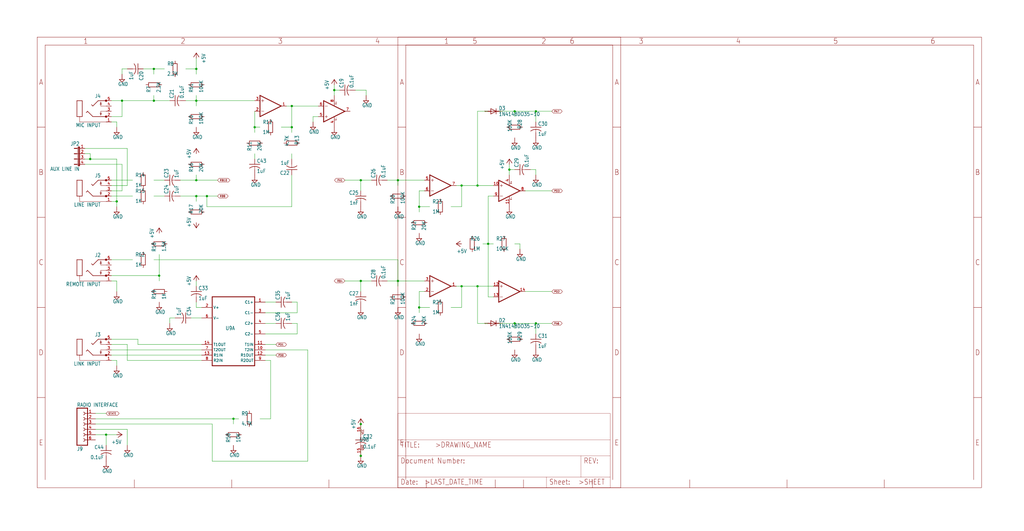
<source format=kicad_sch>
(kicad_sch (version 20211123) (generator eeschema)
  (paper "User" 490.22 254.406)
  (lib_symbols
    (symbol "Device:R" (pin_numbers hide) (pin_names (offset 0))
      (property "Reference" "R" (at 2.032 0 90))
      (property "Value" "R" (at 0 0 90))
      (symbol "R_1_1"
        (pin passive line (at 0 3.81 270) (length 1.27) (name "~") (number "1"))
        (pin passive line (at 0 -3.81 90) (length 1.27) (name "~") (number "2"))
      )
    )
    (symbol "mk312-eagle-import:+5V" (power)
      (property "Value" "+5V" (at -2.54 -5.08 90))
      (symbol "+5V_1_0"
        (pin power_in line (at 0 -2.54 90) (length 2.54) (name "+5V") (number "1"))
      )
    )
    (symbol "mk312-eagle-import:1N4148DO35-10"
      (property "Reference" "D" (at 2.54 0.4826 0))
      (property "Value" "1N4148DO35-10" (at 2.54 -2.3114 0))
      (symbol "1N4148DO35-10_1_0"
        (text "SpiceOrder 1" (at -2.54 0 0) (effects (font (size 0.4064 0.3454))))
        (text "SpiceOrder 2" (at 2.54 0 0) (effects (font (size 0.4064 0.3454))))
        (pin passive line (at -2.54 0 0) (length 2.54) (name "A") (number "A"))
        (pin passive line (at 2.54 0 180) (length 2.54) (name "C") (number "C"))
      )
    )
    (symbol "mk312-eagle-import:C-US025-024X044"
      (property "Reference" "C" (at 1.016 0.635 0))
      (property "Value" "C-US025-024X044" (at 1.016 -4.191 0))
      (symbol "C-US025-024X044_1_0"
        (pin passive line (at 0 2.54 270) (length 2.54) (name "1") (number "1"))
        (pin passive line (at 0 -5.08 90) (length 2.54) (name "2") (number "2"))
      )
    )
    (symbol "mk312-eagle-import:FE06-1"
      (property "Reference" "SV" (at -1.27 10.922 0))
      (property "Value" "FE06-1" (at -1.27 -10.16 0))
      (symbol "FE06-1_1_0"
        (pin passive line (at 7.62 -5.08 180) (length 5.08) (name "1") (number "1"))
        (pin passive line (at 7.62 -2.54 180) (length 5.08) (name "2") (number "2"))
        (pin passive line (at 7.62 0 180) (length 5.08) (name "3") (number "3"))
        (pin passive line (at 7.62 2.54 180) (length 5.08) (name "4") (number "4"))
        (pin passive line (at 7.62 5.08 180) (length 5.08) (name "5") (number "5"))
        (pin passive line (at 7.62 7.62 180) (length 5.08) (name "6") (number "6"))
      )
    )
    (symbol "mk312-eagle-import:FRAME_A_L"
      (symbol "FRAME_A_L_0_0"
        (text "1" (at 23.2833 213.995 0) (effects (font (size 2.54 2.286))))
        (text "2" (at 69.85 213.995 0) (effects (font (size 2.54 2.286))))
        (text "3" (at 116.4167 213.995 0) (effects (font (size 2.54 2.286))))
        (text "4" (at 162.9833 213.995 0) (effects (font (size 2.54 2.286))))
        (text "5" (at 209.55 213.995 0) (effects (font (size 2.54 2.286))))
        (text "6" (at 256.1167 213.995 0) (effects (font (size 2.54 2.286))))
        (text "A" (at 1.905 194.31 0) (effects (font (size 2.54 2.286))))
        (text "A" (at 277.495 194.31 0) (effects (font (size 2.54 2.286))))
        (text "B" (at 1.905 151.13 0) (effects (font (size 2.54 2.286))))
        (text "B" (at 277.495 151.13 0) (effects (font (size 2.54 2.286))))
        (text "C" (at 1.905 107.95 0) (effects (font (size 2.54 2.286))))
        (text "C" (at 277.495 107.95 0) (effects (font (size 2.54 2.286))))
        (text "D" (at 1.905 64.77 0) (effects (font (size 2.54 2.286))))
        (text "D" (at 277.495 64.77 0) (effects (font (size 2.54 2.286))))
        (text "E" (at 1.905 21.59 0) (effects (font (size 2.54 2.286))))
        (text "E" (at 277.495 21.59 0) (effects (font (size 2.54 2.286))))
      )
      (symbol "FRAME_A_L_2_0"
        (text ">DRAWING_NAME" (at 17.78 19.05 0) (effects (font (size 2.54 2.159)) (justify left bottom)))
        (text ">LAST_DATE_TIME" (at 12.7 1.27 0) (effects (font (size 2.54 2.159)) (justify left bottom)))
        (text ">SHEET" (at 86.36 1.27 0) (effects (font (size 2.54 2.159)) (justify left bottom)))
        (text "Date:" (at 1.27 1.27 0) (effects (font (size 2.54 2.159)) (justify left bottom)))
        (text "Document Number:" (at 1.27 11.43 0) (effects (font (size 2.54 2.159)) (justify left bottom)))
        (text "REV:" (at 88.9 11.43 0) (effects (font (size 2.54 2.159)) (justify left bottom)))
        (text "Sheet:" (at 72.39 1.27 0) (effects (font (size 2.54 2.159)) (justify left bottom)))
        (text "TITLE:" (at 1.27 19.05 0) (effects (font (size 2.54 2.159)) (justify left bottom)))
      )
    )
    (symbol "mk312-eagle-import:GND" (power)
      (property "Value" "GND" (at -1.905 -3.175 0))
      (symbol "GND_1_0"
        (pin power_in line (at 0 2.54 270) (length 2.54) (name "GND") (number "1"))
      )
    )
    (symbol "mk312-eagle-import:JP4E"
      (property "Reference" "JP" (at -3.81 0 90))
      (property "Value" "JP4E" (at 8.255 0 90))
      (symbol "JP4E_1_0"
        (pin passive line (at -2.54 -2.54 90) (length 2.54) (name "1") (number "1"))
        (pin passive line (at 0 -2.54 90) (length 2.54) (name "2") (number "2"))
        (pin passive line (at 2.54 -2.54 90) (length 2.54) (name "3") (number "3"))
        (pin passive line (at 5.08 -2.54 90) (length 2.54) (name "4") (number "4"))
      )
    )
    (symbol "mk312-eagle-import:LM324N"
      (symbol "LM324N_1_0"
        (pin output line (at 7.62 0 180) (length 2.54) (name "OUT") (number "1"))
        (pin input line (at -7.62 -2.54 0) (length 2.54) (name "-IN") (number "2"))
        (pin input line (at -7.62 2.54 0) (length 2.54) (name "+IN") (number "3"))
      )
      (symbol "LM324N_2_0"
        (pin input line (at -7.62 2.54 0) (length 2.54) (name "+IN") (number "5"))
        (pin input line (at -7.62 -2.54 0) (length 2.54) (name "-IN") (number "6"))
        (pin output line (at 7.62 0 180) (length 2.54) (name "OUT") (number "7"))
      )
      (symbol "LM324N_3_0"
        (pin input line (at -7.62 2.54 0) (length 2.54) (name "+IN") (number "10"))
        (pin output line (at 7.62 0 180) (length 2.54) (name "OUT") (number "8"))
        (pin input line (at -7.62 -2.54 0) (length 2.54) (name "-IN") (number "9"))
      )
      (symbol "LM324N_4_0"
        (pin input line (at -7.62 2.54 0) (length 2.54) (name "+IN") (number "12"))
        (pin input line (at -7.62 -2.54 0) (length 2.54) (name "-IN") (number "13"))
        (pin output line (at 7.62 0 180) (length 2.54) (name "OUT") (number "14"))
      )
      (symbol "LM324N_5_0"
        (text "V+" (at 1.27 3.175 900) (effects (font (size 0.8128 0.6908)) (justify left bottom)))
        (text "V-" (at 1.27 -4.445 900) (effects (font (size 0.8128 0.6908)) (justify left bottom)))
        (pin power_in line (at 0 -7.62 90) (length 5.08) (name "V-") (number "11"))
        (pin power_in line (at 0 7.62 270) (length 5.08) (name "V+") (number "4"))
      )
    )
    (symbol "mk312-eagle-import:LM358N"
      (symbol "LM358N_1_0"
        (pin output line (at 7.62 0 180) (length 2.54) (name "OUT") (number "1"))
        (pin input line (at -7.62 -2.54 0) (length 2.54) (name "-IN") (number "2"))
        (pin input line (at -7.62 2.54 0) (length 2.54) (name "+IN") (number "3"))
      )
      (symbol "LM358N_2_0"
        (pin input line (at -7.62 2.54 0) (length 2.54) (name "+IN") (number "5"))
        (pin input line (at -7.62 -2.54 0) (length 2.54) (name "-IN") (number "6"))
        (pin output line (at 7.62 0 180) (length 2.54) (name "OUT") (number "7"))
      )
      (symbol "LM358N_3_0"
        (text "V+" (at 1.27 3.175 900) (effects (font (size 0.8128 0.6908)) (justify left bottom)))
        (text "V-" (at 1.27 -4.445 900) (effects (font (size 0.8128 0.6908)) (justify left bottom)))
        (pin power_in line (at 0 -7.62 90) (length 5.08) (name "V-") (number "4"))
        (pin power_in line (at 0 7.62 270) (length 5.08) (name "V+") (number "8"))
      )
    )
    (symbol "mk312-eagle-import:MAX232"
      (property "Reference" "IC" (at -0.762 -0.762 0))
      (symbol "MAX232_1_0"
        (pin bidirectional line (at -15.24 12.7 0) (length 5.08) (name "C1+") (number "1"))
        (pin input line (at -15.24 -10.16 0) (length 5.08) (name "T2IN") (number "10"))
        (pin input line (at -15.24 -7.62 0) (length 5.08) (name "T1IN") (number "11"))
        (pin output line (at -15.24 -12.7 0) (length 5.08) (name "R1OUT") (number "12"))
        (pin input line (at 15.24 -12.7 180) (length 5.08) (name "R1IN") (number "13"))
        (pin output line (at 15.24 -7.62 180) (length 5.08) (name "T1OUT") (number "14"))
        (pin bidirectional line (at 15.24 10.16 180) (length 5.08) (name "V+") (number "2"))
        (pin bidirectional line (at -15.24 7.62 0) (length 5.08) (name "C1-") (number "3"))
        (pin bidirectional line (at -15.24 2.54 0) (length 5.08) (name "C2+") (number "4"))
        (pin bidirectional line (at -15.24 -2.54 0) (length 5.08) (name "C2-") (number "5"))
        (pin bidirectional line (at 15.24 5.08 180) (length 5.08) (name "V-") (number "6"))
        (pin output line (at 15.24 -10.16 180) (length 5.08) (name "T2OUT") (number "7"))
        (pin input line (at 15.24 -15.24 180) (length 5.08) (name "R2IN") (number "8"))
        (pin output line (at -15.24 -15.24 0) (length 5.08) (name "R2OUT") (number "9"))
      )
      (symbol "MAX232_2_0"
        (text "GND" (at 1.524 -5.08 900) (effects (font (size 1.016 0.8636)) (justify left bottom)))
        (text "VCC" (at 1.524 2.54 900) (effects (font (size 1.016 0.8636)) (justify left bottom)))
        (pin power_in line (at 0 -7.62 90) (length 5.08) (name "GND") (number "15"))
        (pin power_in line (at 0 7.62 270) (length 5.08) (name "VCC") (number "16"))
      )
    )
    (symbol "mk312-eagle-import:STEREOJACK"
      (property "Reference" "X" (at -7.62 3.81 0))
      (property "Value" "STEREOJACK" (at -7.62 -10.16 0))
      (symbol "STEREOJACK_1_0"
        (pin passive line (at -12.7 -7.62 0) (length 2.54) (name "1") (number "1"))
        (pin passive line (at -12.7 -5.08 0) (length 2.54) (name "2") (number "2"))
        (pin passive line (at -12.7 -2.54 0) (length 2.54) (name "3") (number "3"))
        (pin passive line (at -12.7 0 0) (length 2.54) (name "4") (number "4"))
        (pin passive line (at -12.7 2.54 0) (length 2.54) (name "5") (number "5"))
      )
    )
  )
  (junction (at 200.66 99.06))
  (junction (at 200.66 147.32))
  (junction (at 220.98 137.16))
  (junction (at 190.5 86.36))
  (junction (at 76.2 132.08))
  (junction (at 93.98 93.98))
  (junction (at 93.98 48.26))
  (junction (at 172.72 86.36))
  (junction (at 256.54 53.34))
  (junction (at 243.84 81.28))
  (junction (at 55.88 96.52))
  (junction (at 190.5 134.62))
  (junction (at 139.7 60.96))
  (junction (at 58.42 48.26))
  (junction (at 121.92 60.96))
  (junction (at 43.18 76.2))
  (junction (at 50.8 208.28))
  (junction (at 246.38 154.94))
  (junction (at 111.76 200.66))
  (junction (at 160.02 43.18))
  (junction (at 228.6 88.9))
  (junction (at 93.98 33.02))
  (junction (at 172.72 134.62))
  (junction (at 139.7 50.8))
  (junction (at 73.66 48.26))
  (junction (at 220.98 88.9))
  (junction (at 99.06 93.98))
  (junction (at 73.66 33.02))
  (junction (at 172.72 218.44))
  (junction (at 256.54 154.94))
  (junction (at 233.68 116.84))
  (junction (at 228.6 137.16))
  (junction (at 93.98 86.36))
  (junction (at 172.72 203.2))
  (junction (at 246.38 53.34))
  (wire (pts (xy 73.66 33.02) (xy 78.74 33.02)))
  (wire (pts (xy 93.98 86.36) (xy 104.14 86.36)))
  (wire (pts (xy 215.9 147.32) (xy 220.98 147.32)))
  (wire (pts (xy 220.98 99.06) (xy 220.98 88.9)))
  (wire (pts (xy 93.98 33.02) (xy 88.9 33.02)))
  (wire (pts (xy 147.32 220.98) (xy 147.32 167.64)))
  (wire (pts (xy 139.7 60.96) (xy 139.7 50.8)))
  (wire (pts (xy 251.46 91.44) (xy 264.16 91.44)))
  (wire (pts (xy 53.34 124.46) (xy 63.5 124.46)))
  (wire (pts (xy 256.54 53.34) (xy 264.16 53.34)))
  (wire (pts (xy 58.42 48.26) (xy 58.42 55.88)))
  (wire (pts (xy 152.4 55.88) (xy 149.86 55.88)))
  (wire (pts (xy 96.52 165.1) (xy 66.04 165.1)))
  (wire (pts (xy 43.18 76.2) (xy 55.88 76.2)))
  (wire (pts (xy 236.22 93.98) (xy 233.68 93.98)))
  (wire (pts (xy 55.88 76.2) (xy 55.88 96.52)))
  (wire (pts (xy 142.24 160.02) (xy 127 160.02)))
  (wire (pts (xy 93.98 45.72) (xy 93.98 48.26)))
  (wire (pts (xy 172.72 86.36) (xy 165.1 86.36)))
  (wire (pts (xy 93.98 93.98) (xy 93.98 96.52)))
  (wire (pts (xy 73.66 45.72) (xy 73.66 48.26)))
  (wire (pts (xy 203.2 139.7) (xy 200.66 139.7)))
  (wire (pts (xy 177.8 134.62) (xy 172.72 134.62)))
  (wire (pts (xy 53.34 58.42) (xy 55.88 58.42)))
  (wire (pts (xy 60.96 165.1) (xy 60.96 172.72)))
  (wire (pts (xy 55.88 58.42) (xy 55.88 60.96)))
  (wire (pts (xy 162.56 43.18) (xy 160.02 43.18)))
  (wire (pts (xy 53.34 48.26) (xy 58.42 48.26)))
  (wire (pts (xy 246.38 154.94) (xy 246.38 157.48)))
  (wire (pts (xy 68.58 33.02) (xy 73.66 33.02)))
  (wire (pts (xy 66.04 162.56) (xy 53.34 162.56)))
  (wire (pts (xy 73.66 48.26) (xy 81.28 48.26)))
  (wire (pts (xy 53.34 96.52) (xy 55.88 96.52)))
  (wire (pts (xy 73.66 35.56) (xy 73.66 33.02)))
  (wire (pts (xy 177.8 86.36) (xy 172.72 86.36)))
  (wire (pts (xy 43.18 73.66) (xy 43.18 76.2)))
  (wire (pts (xy 96.52 170.18) (xy 53.34 170.18)))
  (wire (pts (xy 127 165.1) (xy 132.08 165.1)))
  (wire (pts (xy 233.68 154.94) (xy 228.6 154.94)))
  (wire (pts (xy 121.92 76.2) (xy 121.92 73.66)))
  (wire (pts (xy 233.68 93.98) (xy 233.68 116.84)))
  (wire (pts (xy 58.42 55.88) (xy 53.34 55.88)))
  (wire (pts (xy 220.98 88.9) (xy 228.6 88.9)))
  (wire (pts (xy 93.98 147.32) (xy 96.52 147.32)))
  (wire (pts (xy 76.2 134.62) (xy 76.2 132.08)))
  (wire (pts (xy 73.66 124.46) (xy 190.5 124.46)))
  (wire (pts (xy 231.14 116.84) (xy 233.68 116.84)))
  (wire (pts (xy 238.76 154.94) (xy 246.38 154.94)))
  (wire (pts (xy 248.92 116.84) (xy 246.38 116.84)))
  (wire (pts (xy 121.92 60.96) (xy 121.92 53.34)))
  (wire (pts (xy 139.7 83.82) (xy 139.7 99.06)))
  (wire (pts (xy 55.88 96.52) (xy 55.88 99.06)))
  (wire (pts (xy 55.88 134.62) (xy 55.88 139.7)))
  (wire (pts (xy 200.66 99.06) (xy 200.66 101.6)))
  (wire (pts (xy 254 81.28) (xy 256.54 81.28)))
  (wire (pts (xy 60.96 71.12) (xy 60.96 88.9)))
  (wire (pts (xy 139.7 154.94) (xy 142.24 154.94)))
  (wire (pts (xy 203.2 134.62) (xy 190.5 134.62)))
  (wire (pts (xy 243.84 81.28) (xy 243.84 83.82)))
  (wire (pts (xy 99.06 99.06) (xy 99.06 93.98)))
  (wire (pts (xy 40.64 71.12) (xy 60.96 71.12)))
  (wire (pts (xy 101.6 220.98) (xy 147.32 220.98)))
  (wire (pts (xy 93.98 134.62) (xy 93.98 137.16)))
  (wire (pts (xy 129.54 172.72) (xy 127 172.72)))
  (wire (pts (xy 78.74 93.98) (xy 73.66 93.98)))
  (wire (pts (xy 53.34 134.62) (xy 55.88 134.62)))
  (wire (pts (xy 142.24 144.78) (xy 139.7 144.78)))
  (wire (pts (xy 139.7 63.5) (xy 139.7 60.96)))
  (wire (pts (xy 243.84 78.74) (xy 243.84 81.28)))
  (wire (pts (xy 76.2 132.08) (xy 76.2 121.92)))
  (wire (pts (xy 55.88 208.28) (xy 50.8 208.28)))
  (wire (pts (xy 246.38 154.94) (xy 256.54 154.94)))
  (wire (pts (xy 170.18 43.18) (xy 175.26 43.18)))
  (wire (pts (xy 127 170.18) (xy 132.08 170.18)))
  (wire (pts (xy 124.46 200.66) (xy 129.54 200.66)))
  (wire (pts (xy 50.8 208.28) (xy 45.72 208.28)))
  (wire (pts (xy 160.02 43.18) (xy 160.02 45.72)))
  (wire (pts (xy 93.98 144.78) (xy 93.98 147.32)))
  (wire (pts (xy 142.24 149.86) (xy 142.24 144.78)))
  (wire (pts (xy 81.28 152.4) (xy 83.82 152.4)))
  (wire (pts (xy 233.68 53.34) (xy 228.6 53.34)))
  (wire (pts (xy 220.98 137.16) (xy 228.6 137.16)))
  (wire (pts (xy 132.08 154.94) (xy 127 154.94)))
  (wire (pts (xy 111.76 203.2) (xy 111.76 200.66)))
  (wire (pts (xy 185.42 134.62) (xy 190.5 134.62)))
  (wire (pts (xy 134.62 60.96) (xy 139.7 60.96)))
  (wire (pts (xy 58.42 78.74) (xy 58.42 91.44)))
  (wire (pts (xy 142.24 154.94) (xy 142.24 160.02)))
  (wire (pts (xy 60.96 88.9) (xy 53.34 88.9)))
  (wire (pts (xy 40.64 73.66) (xy 43.18 73.66)))
  (wire (pts (xy 91.44 152.4) (xy 96.52 152.4)))
  (wire (pts (xy 139.7 73.66) (xy 139.7 76.2)))
  (wire (pts (xy 238.76 53.34) (xy 246.38 53.34)))
  (wire (pts (xy 160.02 40.64) (xy 160.02 43.18)))
  (wire (pts (xy 203.2 91.44) (xy 200.66 91.44)))
  (wire (pts (xy 111.76 200.66) (xy 114.3 200.66)))
  (wire (pts (xy 233.68 142.24) (xy 236.22 142.24)))
  (wire (pts (xy 93.98 48.26) (xy 121.92 48.26)))
  (wire (pts (xy 228.6 154.94) (xy 228.6 137.16)))
  (wire (pts (xy 96.52 167.64) (xy 53.34 167.64)))
  (wire (pts (xy 175.26 43.18) (xy 175.26 45.72)))
  (wire (pts (xy 50.8 213.36) (xy 50.8 208.28)))
  (wire (pts (xy 200.66 91.44) (xy 200.66 99.06)))
  (wire (pts (xy 172.72 91.44) (xy 172.72 86.36)))
  (wire (pts (xy 40.64 76.2) (xy 43.18 76.2)))
  (wire (pts (xy 228.6 88.9) (xy 236.22 88.9)))
  (wire (pts (xy 121.92 63.5) (xy 121.92 60.96)))
  (wire (pts (xy 58.42 33.02) (xy 58.42 35.56)))
  (wire (pts (xy 45.72 198.12) (xy 50.8 198.12)))
  (wire (pts (xy 147.32 167.64) (xy 127 167.64)))
  (wire (pts (xy 53.34 132.08) (xy 76.2 132.08)))
  (wire (pts (xy 93.98 93.98) (xy 99.06 93.98)))
  (wire (pts (xy 172.72 215.9) (xy 172.72 218.44)))
  (wire (pts (xy 60.96 172.72) (xy 96.52 172.72)))
  (wire (pts (xy 86.36 86.36) (xy 93.98 86.36)))
  (wire (pts (xy 190.5 134.62) (xy 190.5 137.16)))
  (wire (pts (xy 127 144.78) (xy 132.08 144.78)))
  (wire (pts (xy 93.98 27.94) (xy 93.98 33.02)))
  (wire (pts (xy 246.38 53.34) (xy 256.54 53.34)))
  (wire (pts (xy 149.86 55.88) (xy 149.86 58.42)))
  (wire (pts (xy 228.6 53.34) (xy 228.6 88.9)))
  (wire (pts (xy 220.98 137.16) (xy 218.44 137.16)))
  (wire (pts (xy 256.54 58.42) (xy 256.54 53.34)))
  (wire (pts (xy 53.34 93.98) (xy 63.5 93.98)))
  (wire (pts (xy 45.72 200.66) (xy 111.76 200.66)))
  (wire (pts (xy 205.74 147.32) (xy 200.66 147.32)))
  (wire (pts (xy 228.6 137.16) (xy 236.22 137.16)))
  (wire (pts (xy 93.98 33.02) (xy 93.98 35.56)))
  (wire (pts (xy 172.72 208.28) (xy 172.72 203.2)))
  (wire (pts (xy 139.7 50.8) (xy 137.16 50.8)))
  (wire (pts (xy 73.66 48.26) (xy 58.42 48.26)))
  (wire (pts (xy 58.42 91.44) (xy 53.34 91.44)))
  (wire (pts (xy 152.4 50.8) (xy 139.7 50.8)))
  (wire (pts (xy 93.98 50.8) (xy 93.98 48.26)))
  (wire (pts (xy 88.9 48.26) (xy 93.98 48.26)))
  (wire (pts (xy 60.96 205.74) (xy 45.72 205.74)))
  (wire (pts (xy 40.64 78.74) (xy 58.42 78.74)))
  (wire (pts (xy 220.98 88.9) (xy 218.44 88.9)))
  (wire (pts (xy 127 149.86) (xy 142.24 149.86)))
  (wire (pts (xy 246.38 81.28) (xy 243.84 81.28)))
  (wire (pts (xy 233.68 116.84) (xy 236.22 116.84)))
  (wire (pts (xy 63.5 86.36) (xy 53.34 86.36)))
  (wire (pts (xy 99.06 93.98) (xy 104.14 93.98)))
  (wire (pts (xy 60.96 213.36) (xy 60.96 205.74)))
  (wire (pts (xy 93.98 86.36) (xy 93.98 83.82)))
  (wire (pts (xy 190.5 124.46) (xy 190.5 134.62)))
  (wire (pts (xy 200.66 147.32) (xy 200.66 149.86)))
  (wire (pts (xy 200.66 139.7) (xy 200.66 147.32)))
  (wire (pts (xy 172.72 134.62) (xy 165.1 134.62)))
  (wire (pts (xy 256.54 154.94) (xy 264.16 154.94)))
  (wire (pts (xy 220.98 147.32) (xy 220.98 137.16)))
  (wire (pts (xy 172.72 139.7) (xy 172.72 134.62)))
  (wire (pts (xy 251.46 139.7) (xy 264.16 139.7)))
  (wire (pts (xy 81.28 154.94) (xy 81.28 152.4)))
  (wire (pts (xy 256.54 160.02) (xy 256.54 154.94)))
  (wire (pts (xy 53.34 165.1) (xy 60.96 165.1)))
  (wire (pts (xy 246.38 53.34) (xy 246.38 55.88)))
  (wire (pts (xy 101.6 203.2) (xy 101.6 220.98)))
  (wire (pts (xy 205.74 99.06) (xy 200.66 99.06)))
  (wire (pts (xy 55.88 172.72) (xy 53.34 172.72)))
  (wire (pts (xy 248.92 119.38) (xy 248.92 116.84)))
  (wire (pts (xy 190.5 88.9) (xy 190.5 86.36)))
  (wire (pts (xy 55.88 175.26) (xy 55.88 172.72)))
  (wire (pts (xy 86.36 93.98) (xy 93.98 93.98)))
  (wire (pts (xy 256.54 81.28) (xy 256.54 83.82)))
  (wire (pts (xy 139.7 99.06) (xy 99.06 99.06)))
  (wire (pts (xy 124.46 60.96) (xy 121.92 60.96)))
  (wire (pts (xy 73.66 86.36) (xy 78.74 86.36)))
  (wire (pts (xy 66.04 165.1) (xy 66.04 162.56)))
  (wire (pts (xy 233.68 116.84) (xy 233.68 142.24)))
  (wire (pts (xy 60.96 33.02) (xy 58.42 33.02)))
  (wire (pts (xy 203.2 86.36) (xy 190.5 86.36)))
  (wire (pts (xy 129.54 200.66) (xy 129.54 172.72)))
  (wire (pts (xy 190.5 86.36) (xy 185.42 86.36)))
  (wire (pts (xy 215.9 99.06) (xy 220.98 99.06)))
  (wire (pts (xy 45.72 203.2) (xy 101.6 203.2)))
  (global_label "PD1" (shape bidirectional) (at 132.08 165.1 0) (effects (font (size 0.889 0.889))) (property "Intersheet References" "${INTERSHEET_REFS}" (effects hide)))
  (global_label "PD2" (shape bidirectional) (at 264.16 139.7 0) (effects (font (size 0.889 0.889))) (property "Intersheet References" "${INTERSHEET_REFS}" (effects hide)))
  (global_label "RB9" (shape bidirectional) (at 104.14 93.98 0) (effects (font (size 0.889 0.889))) (property "Intersheet References" "${INTERSHEET_REFS}" (effects hide)))
  (global_label "PA6" (shape bidirectional) (at 264.16 154.94 0) (effects (font (size 0.889 0.889))) (property "Intersheet References" "${INTERSHEET_REFS}" (effects hide)))
  (global_label "PA7" (shape bidirectional) (at 264.16 53.34 0) (effects (font (size 0.889 0.889))) (property "Intersheet References" "${INTERSHEET_REFS}" (effects hide)))
  (global_label "RB10" (shape bidirectional) (at 104.14 86.36 0) (effects (font (size 0.889 0.889))) (property "Intersheet References" "${INTERSHEET_REFS}" (effects hide)))
  (global_label "PD3" (shape bidirectional) (at 264.16 91.44 0) (effects (font (size 0.889 0.889))) (property "Intersheet References" "${INTERSHEET_REFS}" (effects hide)))
  (global_label "PA1" (shape bidirectional) (at 165.1 86.36 180) (effects (font (size 0.889 0.889))) (property "Intersheet References" "${INTERSHEET_REFS}" (effects hide)))
  (global_label "STATE" (shape bidirectional) (at 50.8 198.12 0) (effects (font (size 0.889 0.889))) (property "Intersheet References" "${INTERSHEET_REFS}" (effects hide)))
  (global_label "RB4" (shape bidirectional) (at 165.1 134.62 180) (effects (font (size 0.889 0.889))) (property "Intersheet References" "${INTERSHEET_REFS}" (effects hide)))
  (global_label "PD0" (shape bidirectional) (at 132.08 170.18 0) (effects (font (size 0.889 0.889))) (property "Intersheet References" "${INTERSHEET_REFS}" (effects hide)))
  (symbol (lib_id "mk312-eagle-import:GND") (at 190.5 101.6 0) (unit 1)
    (property "Reference" "#GND043" (effects hide))
    (property "Value" "GND" (at 188.595 104.775 0) (effects (font (size 1.778 1.5113)) (justify left bottom)))
    (property "Footprint" "mk312:" (effects hide))
  )
  (symbol (lib_id "mk312-eagle-import:LM324N") (at 243.84 91.44 0) (unit 5)
    (property "Reference" "U2" (effects hide))
    (property "Value" "LM324N" (effects hide))
    (property "Footprint" "mk312:DIL14" (effects hide))
  )
  (symbol (lib_id "mk312-eagle-import:LM358N") (at 160.02 53.34 0) (unit 3)
    (property "Reference" "U4" (effects hide))
    (property "Value" "LM358N" (effects hide))
    (property "Footprint" "mk312:DIL08" (effects hide))
  )
  (symbol (lib_id "mk312-eagle-import:C-US025-024X044") (at 83.82 48.26 90) (unit 1)
    (property "Reference" "C21" (at 83.185 47.244 0) (effects (font (size 1.778 1.5113)) (justify left bottom)))
    (property "Value" "0.1uF" (at 88.011 47.244 0) (effects (font (size 1.778 1.5113)) (justify left bottom)))
    (property "Footprint" "mk312:C025-024X044" (effects hide))
  )
  (symbol (lib_id "Device:R") (at 93.98 101.6 90) (mirror x) (unit 1)
    (property "Reference" "R17" (at 92.4814 97.79 0) (effects (font (size 1.778 1.5113)) (justify left bottom)))
    (property "Value" "20K" (at 97.282 97.79 0) (effects (font (size 1.778 1.5113)) (justify left bottom)))
    (property "Footprint" "mk312:0207_10" (effects hide))
  )
  (symbol (lib_id "Device:R") (at 241.3 116.84 0) (unit 1)
    (property "Reference" "R27" (at 237.49 115.3414 0) (effects (font (size 1.778 1.5113)) (justify left bottom)))
    (property "Value" "100K" (at 237.49 120.142 0) (effects (font (size 1.778 1.5113)) (justify left bottom)))
    (property "Footprint" "mk312:0207_10" (effects hide))
  )
  (symbol (lib_id "Device:R") (at 93.98 78.74 90) (unit 1)
    (property "Reference" "R16" (at 92.4814 82.55 0) (effects (font (size 1.778 1.5113)) (justify left bottom)))
    (property "Value" "20K" (at 97.282 82.55 0) (effects (font (size 1.778 1.5113)) (justify left bottom)))
    (property "Footprint" "mk312:0207_10" (effects hide))
  )
  (symbol (lib_id "mk312-eagle-import:GND") (at 81.28 157.48 0) (unit 1)
    (property "Reference" "#GND059" (effects hide))
    (property "Value" "GND" (at 79.375 160.655 0) (effects (font (size 1.778 1.5113)) (justify left bottom)))
    (property "Footprint" "mk312:" (effects hide))
  )
  (symbol (lib_id "Device:R") (at 210.82 147.32 0) (unit 1)
    (property "Reference" "R25" (at 207.01 145.8214 0) (effects (font (size 1.778 1.5113)) (justify left bottom)))
    (property "Value" "1M" (at 207.01 150.622 0) (effects (font (size 1.778 1.5113)) (justify left bottom)))
    (property "Footprint" "mk312:0207_10" (effects hide))
  )
  (symbol (lib_id "Device:R") (at 210.82 99.06 0) (unit 1)
    (property "Reference" "R23" (at 207.01 97.5614 0) (effects (font (size 1.778 1.5113)) (justify left bottom)))
    (property "Value" "1M" (at 207.01 102.362 0) (effects (font (size 1.778 1.5113)) (justify left bottom)))
    (property "Footprint" "mk312:0207_10" (effects hide))
  )
  (symbol (lib_id "mk312-eagle-import:GND") (at 246.38 68.58 0) (unit 1)
    (property "Reference" "#GND034" (effects hide))
    (property "Value" "GND" (at 244.475 71.755 0) (effects (font (size 1.778 1.5113)) (justify left bottom)))
    (property "Footprint" "mk312:" (effects hide))
  )
  (symbol (lib_id "mk312-eagle-import:GND") (at 76.2 147.32 0) (unit 1)
    (property "Reference" "#GND083" (effects hide))
    (property "Value" "GND" (at 74.295 150.495 0) (effects (font (size 1.778 1.5113)) (justify left bottom)))
    (property "Footprint" "mk312:" (effects hide))
  )
  (symbol (lib_id "Device:R") (at 68.58 86.36 0) (unit 1)
    (property "Reference" "R14" (at 64.77 84.8614 0) (effects (font (size 1.778 1.5113)) (justify left bottom)))
    (property "Value" "1K" (at 64.77 89.662 0) (effects (font (size 1.778 1.5113)) (justify left bottom)))
    (property "Footprint" "mk312:0207_10" (effects hide))
  )
  (symbol (lib_id "mk312-eagle-import:C-US025-024X044") (at 88.9 152.4 270) (mirror x) (unit 1)
    (property "Reference" "C34" (at 89.535 151.384 0) (effects (font (size 1.778 1.5113)) (justify left bottom)))
    (property "Value" "1uF" (at 84.709 151.384 0) (effects (font (size 1.778 1.5113)) (justify left bottom)))
    (property "Footprint" "mk312:C025-024X044" (effects hide))
  )
  (symbol (lib_id "mk312-eagle-import:+5V") (at 58.42 208.28 270) (mirror x) (unit 1)
    (property "Reference" "#P+034" (effects hide))
    (property "Value" "+5V" (at 53.34 210.82 90) (effects (font (size 1.778 1.5113)) (justify left bottom)))
    (property "Footprint" "mk312:" (effects hide))
  )
  (symbol (lib_id "Device:R") (at 93.98 55.88 90) (unit 1)
    (property "Reference" "R10" (at 92.4814 59.69 0) (effects (font (size 1.778 1.5113)) (justify left bottom)))
    (property "Value" "100K" (at 97.282 59.69 0) (effects (font (size 1.778 1.5113)) (justify left bottom)))
    (property "Footprint" "mk312:0207_10" (effects hide))
  )
  (symbol (lib_id "Device:R") (at 190.5 142.24 90) (unit 1)
    (property "Reference" "R21" (at 189.0014 146.05 0) (effects (font (size 1.778 1.5113)) (justify left bottom)))
    (property "Value" "100K" (at 193.802 146.05 0) (effects (font (size 1.778 1.5113)) (justify left bottom)))
    (property "Footprint" "mk312:0207_10" (effects hide))
  )
  (symbol (lib_id "mk312-eagle-import:+5V") (at 76.2 109.22 0) (unit 1)
    (property "Reference" "#P+031" (effects hide))
    (property "Value" "+5V" (at 73.66 114.3 90) (effects (font (size 1.778 1.5113)) (justify left bottom)))
    (property "Footprint" "mk312:" (effects hide))
  )
  (symbol (lib_id "mk312-eagle-import:C-US025-024X044") (at 81.28 93.98 90) (unit 1)
    (property "Reference" "C24" (at 80.645 92.964 0) (effects (font (size 1.778 1.5113)) (justify left bottom)))
    (property "Value" "1uF" (at 85.471 92.964 0) (effects (font (size 1.778 1.5113)) (justify left bottom)))
    (property "Footprint" "mk312:C025-024X044" (effects hide))
  )
  (symbol (lib_id "mk312-eagle-import:LM324N") (at 210.82 137.16 0) (unit 1)
    (property "Reference" "U2" (effects hide))
    (property "Value" "LM324N" (effects hide))
    (property "Footprint" "mk312:DIL14" (effects hide))
  )
  (symbol (lib_id "Device:R") (at 121.92 68.58 90) (unit 1)
    (property "Reference" "R11" (at 120.4214 72.39 0) (effects (font (size 1.778 1.5113)) (justify left bottom)))
    (property "Value" "20K" (at 125.222 72.39 0) (effects (font (size 1.778 1.5113)) (justify left bottom)))
    (property "Footprint" "mk312:0207_10" (effects hide))
  )
  (symbol (lib_id "Device:R") (at 139.7 68.58 270) (unit 1)
    (property "Reference" "R13" (at 141.1986 64.77 0) (effects (font (size 1.778 1.5113)) (justify left bottom)))
    (property "Value" "4.7K" (at 136.398 64.77 0) (effects (font (size 1.778 1.5113)) (justify left bottom)))
    (property "Footprint" "mk312:0207_10" (effects hide))
  )
  (symbol (lib_id "mk312-eagle-import:GND") (at 50.8 223.52 0) (unit 1)
    (property "Reference" "#GND091" (effects hide))
    (property "Value" "GND" (at 48.895 226.695 0) (effects (font (size 1.778 1.5113)) (justify left bottom)))
    (property "Footprint" "mk312:" (effects hide))
  )
  (symbol (lib_id "mk312-eagle-import:GND") (at 256.54 68.58 0) (unit 1)
    (property "Reference" "#GND035" (effects hide))
    (property "Value" "GND" (at 254.635 71.755 0) (effects (font (size 1.778 1.5113)) (justify left bottom)))
    (property "Footprint" "mk312:" (effects hide))
  )
  (symbol (lib_id "Device:R") (at 76.2 116.84 90) (unit 1)
    (property "Reference" "R18" (at 74.7014 120.65 0) (effects (font (size 1.778 1.5113)) (justify left bottom)))
    (property "Value" "1.5K" (at 79.502 120.65 0) (effects (font (size 1.778 1.5113)) (justify left bottom)))
    (property "Footprint" "mk312:0207_10" (effects hide))
  )
  (symbol (lib_id "mk312-eagle-import:C-US025-024X044") (at 139.7 81.28 180) (unit 1)
    (property "Reference" "C22" (at 138.684 81.915 0) (effects (font (size 1.778 1.5113)) (justify left bottom)))
    (property "Value" "1uF" (at 138.684 77.089 0) (effects (font (size 1.778 1.5113)) (justify left bottom)))
    (property "Footprint" "mk312:C025-024X044" (effects hide))
  )
  (symbol (lib_id "mk312-eagle-import:C-US025-024X044") (at 256.54 162.56 0) (unit 1)
    (property "Reference" "C31" (at 257.556 161.925 0) (effects (font (size 1.778 1.5113)) (justify left bottom)))
    (property "Value" "1uF" (at 257.556 166.751 0) (effects (font (size 1.778 1.5113)) (justify left bottom)))
    (property "Footprint" "mk312:C025-024X044" (effects hide))
  )
  (symbol (lib_id "mk312-eagle-import:GND") (at 55.88 101.6 0) (unit 1)
    (property "Reference" "#GND026" (effects hide))
    (property "Value" "GND" (at 53.975 104.775 0) (effects (font (size 1.778 1.5113)) (justify left bottom)))
    (property "Footprint" "mk312:" (effects hide))
  )
  (symbol (lib_id "mk312-eagle-import:GND") (at 55.88 63.5 0) (unit 1)
    (property "Reference" "#GND027" (effects hide))
    (property "Value" "GND" (at 53.975 66.675 0) (effects (font (size 1.778 1.5113)) (justify left bottom)))
    (property "Footprint" "mk312:" (effects hide))
  )
  (symbol (lib_id "mk312-eagle-import:C-US025-024X044") (at 81.28 86.36 90) (unit 1)
    (property "Reference" "C23" (at 80.645 85.344 0) (effects (font (size 1.778 1.5113)) (justify left bottom)))
    (property "Value" "1uF" (at 85.471 85.344 0) (effects (font (size 1.778 1.5113)) (justify left bottom)))
    (property "Footprint" "mk312:C025-024X044" (effects hide))
  )
  (symbol (lib_id "mk312-eagle-import:LM324N") (at 210.82 88.9 0) (unit 2)
    (property "Reference" "U2" (effects hide))
    (property "Value" "LM324N" (effects hide))
    (property "Footprint" "mk312:DIL14" (effects hide))
  )
  (symbol (lib_id "mk312-eagle-import:GND") (at 55.88 142.24 0) (unit 1)
    (property "Reference" "#GND028" (effects hide))
    (property "Value" "GND" (at 53.975 145.415 0) (effects (font (size 1.778 1.5113)) (justify left bottom)))
    (property "Footprint" "mk312:" (effects hide))
  )
  (symbol (lib_id "mk312-eagle-import:GND") (at 111.76 215.9 0) (unit 1)
    (property "Reference" "#GND090" (effects hide))
    (property "Value" "GND" (at 109.855 219.075 0) (effects (font (size 1.778 1.5113)) (justify left bottom)))
    (property "Footprint" "mk312:" (effects hide))
  )
  (symbol (lib_id "mk312-eagle-import:LM358N") (at 160.02 53.34 0) (mirror x) (unit 2)
    (property "Reference" "U4" (effects hide))
    (property "Value" "LM358N" (effects hide))
    (property "Footprint" "mk312:DIL08" (effects hide))
  )
  (symbol (lib_id "Device:R") (at 68.58 124.46 0) (unit 1)
    (property "Reference" "R62" (at 64.77 122.9614 0) (effects (font (size 1.778 1.5113)) (justify left bottom)))
    (property "Value" "1K" (at 64.77 127.762 0) (effects (font (size 1.778 1.5113)) (justify left bottom)))
    (property "Footprint" "mk312:0207_10" (effects hide))
  )
  (symbol (lib_id "mk312-eagle-import:LM358N") (at 129.54 50.8 0) (unit 1)
    (property "Reference" "U4" (effects hide))
    (property "Value" "LM358N" (effects hide))
    (property "Footprint" "mk312:DIL08" (effects hide))
  )
  (symbol (lib_id "Device:R") (at 190.5 93.98 90) (unit 1)
    (property "Reference" "R20" (at 189.0014 97.79 0) (effects (font (size 1.778 1.5113)) (justify left bottom)))
    (property "Value" "100K" (at 193.802 97.79 0) (effects (font (size 1.778 1.5113)) (justify left bottom)))
    (property "Footprint" "mk312:0207_10" (effects hide))
  )
  (symbol (lib_id "mk312-eagle-import:GND") (at 200.66 162.56 0) (unit 1)
    (property "Reference" "#GND030" (effects hide))
    (property "Value" "GND" (at 198.755 165.735 0) (effects (font (size 1.778 1.5113)) (justify left bottom)))
    (property "Footprint" "mk312:" (effects hide))
  )
  (symbol (lib_id "mk312-eagle-import:1N4148DO35-10") (at 236.22 53.34 0) (unit 1)
    (property "Reference" "D3" (at 238.76 52.8574 0) (effects (font (size 1.778 1.5113)) (justify left bottom)))
    (property "Value" "1N4148DO35-10" (at 238.76 55.6514 0) (effects (font (size 1.778 1.5113)) (justify left bottom)))
    (property "Footprint" "mk312:DO35-10" (effects hide))
  )
  (symbol (lib_id "mk312-eagle-import:+5V") (at 93.98 25.4 0) (mirror y) (unit 1)
    (property "Reference" "#P+012" (effects hide))
    (property "Value" "+5V" (at 96.52 30.48 90) (effects (font (size 1.778 1.5113)) (justify left bottom)))
    (property "Footprint" "mk312:" (effects hide))
  )
  (symbol (lib_id "mk312-eagle-import:GND") (at 93.98 63.5 0) (unit 1)
    (property "Reference" "#GND039" (effects hide))
    (property "Value" "GND" (at 92.075 66.675 0) (effects (font (size 1.778 1.5113)) (justify left bottom)))
    (property "Footprint" "mk312:" (effects hide))
  )
  (symbol (lib_id "mk312-eagle-import:GND") (at 200.66 114.3 0) (unit 1)
    (property "Reference" "#GND042" (effects hide))
    (property "Value" "GND" (at 198.755 117.475 0) (effects (font (size 1.778 1.5113)) (justify left bottom)))
    (property "Footprint" "mk312:" (effects hide))
  )
  (symbol (lib_id "mk312-eagle-import:C-US025-024X044") (at 50.8 215.9 0) (mirror y) (unit 1)
    (property "Reference" "C44" (at 49.784 215.265 0) (effects (font (size 1.778 1.5113)) (justify left bottom)))
    (property "Value" "0.1uF" (at 49.784 220.091 0) (effects (font (size 1.778 1.5113)) (justify left bottom)))
    (property "Footprint" "mk312:C025-024X044" (effects hide))
  )
  (symbol (lib_id "Device:R") (at 83.82 33.02 0) (unit 1)
    (property "Reference" "R8" (at 80.01 31.5214 0) (effects (font (size 1.778 1.5113)) (justify left bottom)))
    (property "Value" "2.2K" (at 80.01 36.322 0) (effects (font (size 1.778 1.5113)) (justify left bottom)))
    (property "Footprint" "mk312:0207_10" (effects hide))
  )
  (symbol (lib_id "mk312-eagle-import:GND") (at 172.72 101.6 0) (unit 1)
    (property "Reference" "#GND029" (effects hide))
    (property "Value" "GND" (at 170.815 104.775 0) (effects (font (size 1.778 1.5113)) (justify left bottom)))
    (property "Footprint" "mk312:" (effects hide))
  )
  (symbol (lib_id "Device:R") (at 93.98 40.64 90) (unit 1)
    (property "Reference" "R61" (at 92.4814 44.45 0) (effects (font (size 1.778 1.5113)) (justify left bottom)))
    (property "Value" "100K" (at 97.282 44.45 0) (effects (font (size 1.778 1.5113)) (justify left bottom)))
    (property "Footprint" "mk312:0207_10" (effects hide))
  )
  (symbol (lib_id "Device:R") (at 246.38 162.56 270) (unit 1)
    (property "Reference" "R29" (at 247.8786 158.75 0) (effects (font (size 1.778 1.5113)) (justify left bottom)))
    (property "Value" "100K" (at 243.078 158.75 0) (effects (font (size 1.778 1.5113)) (justify left bottom)))
    (property "Footprint" "mk312:0207_10" (effects hide))
  )
  (symbol (lib_id "mk312-eagle-import:C-US025-024X044") (at 180.34 134.62 90) (unit 1)
    (property "Reference" "C28" (at 179.705 133.604 0) (effects (font (size 1.778 1.5113)) (justify left bottom)))
    (property "Value" "0.1uF" (at 184.531 133.604 0) (effects (font (size 1.778 1.5113)) (justify left bottom)))
    (property "Footprint" "mk312:C025-024X044" (effects hide))
  )
  (symbol (lib_id "mk312-eagle-import:FRAME_A_L") (at 190.5 233.68 0) (unit 2)
    (property "Reference" "#FRAME6" (effects hide))
    (property "Value" "FRAME_A_L" (effects hide))
    (property "Footprint" "mk312:" (effects hide))
  )
  (symbol (lib_id "mk312-eagle-import:C-US025-024X044") (at 165.1 43.18 90) (unit 1)
    (property "Reference" "C19" (at 164.465 42.164 0) (effects (font (size 1.778 1.5113)) (justify left bottom)))
    (property "Value" "0.1uF" (at 169.291 42.164 0) (effects (font (size 1.778 1.5113)) (justify left bottom)))
    (property "Footprint" "mk312:C025-024X044" (effects hide))
  )
  (symbol (lib_id "Device:R") (at 73.66 40.64 90) (unit 1)
    (property "Reference" "R7" (at 72.1614 44.45 0) (effects (font (size 1.778 1.5113)) (justify left bottom)))
    (property "Value" "2.2K" (at 76.962 44.45 0) (effects (font (size 1.778 1.5113)) (justify left bottom)))
    (property "Footprint" "mk312:0207_10" (effects hide))
  )
  (symbol (lib_id "mk312-eagle-import:GND") (at 55.88 177.8 0) (unit 1)
    (property "Reference" "#GND046" (effects hide))
    (property "Value" "GND" (at 53.975 180.975 0) (effects (font (size 1.778 1.5113)) (justify left bottom)))
    (property "Footprint" "mk312:" (effects hide))
  )
  (symbol (lib_id "mk312-eagle-import:C-US025-024X044") (at 180.34 86.36 90) (unit 1)
    (property "Reference" "C26" (at 179.705 85.344 0) (effects (font (size 1.778 1.5113)) (justify left bottom)))
    (property "Value" "0.1uF" (at 184.531 85.344 0) (effects (font (size 1.778 1.5113)) (justify left bottom)))
    (property "Footprint" "mk312:C025-024X044" (effects hide))
  )
  (symbol (lib_id "mk312-eagle-import:+5V") (at 218.44 116.84 90) (unit 1)
    (property "Reference" "#P+019" (effects hide))
    (property "Value" "+5V" (at 223.52 119.38 90) (effects (font (size 1.778 1.5113)) (justify left bottom)))
    (property "Footprint" "mk312:" (effects hide))
  )
  (symbol (lib_id "mk312-eagle-import:JP4E") (at 38.1 73.66 90) (mirror x) (unit 1)
    (property "Reference" "JP2" (at 38.1 69.85 90) (effects (font (size 1.778 1.5113)) (justify left bottom)))
    (property "Value" "AUX LINE IN" (at 38.1 81.915 90) (effects (font (size 1.778 1.5113)) (justify left bottom)))
    (property "Footprint" "mk312:JP4" (effects hide))
  )
  (symbol (lib_id "mk312-eagle-import:STEREOJACK") (at 40.64 127 0) (mirror y) (unit 1)
    (property "Reference" "J2" (at 48.26 123.19 0) (effects (font (size 1.778 1.5113)) (justify left bottom)))
    (property "Value" "REMOTE INPUT" (at 48.26 137.16 0) (effects (font (size 1.778 1.5113)) (justify left bottom)))
    (property "Footprint" "mk312:STX3100" (effects hide))
  )
  (symbol (lib_id "mk312-eagle-import:GND") (at 248.92 121.92 0) (unit 1)
    (property "Reference" "#GND031" (effects hide))
    (property "Value" "GND" (at 247.015 125.095 0) (effects (font (size 1.778 1.5113)) (justify left bottom)))
    (property "Footprint" "mk312:" (effects hide))
  )
  (symbol (lib_id "mk312-eagle-import:FRAME_A_L") (at 17.78 233.68 0) (unit 1)
    (property "Reference" "#FRAME6" (effects hide))
    (property "Value" "FRAME_A_L" (effects hide))
    (property "Footprint" "mk312:" (effects hide))
  )
  (symbol (lib_id "mk312-eagle-import:GND") (at 60.96 215.9 0) (unit 1)
    (property "Reference" "#GND016" (effects hide))
    (property "Value" "GND" (at 59.055 219.075 0) (effects (font (size 1.778 1.5113)) (justify left bottom)))
    (property "Footprint" "mk312:" (effects hide))
  )
  (symbol (lib_id "mk312-eagle-import:GND") (at 172.72 149.86 0) (unit 1)
    (property "Reference" "#GND081" (effects hide))
    (property "Value" "GND" (at 170.815 153.035 0) (effects (font (size 1.778 1.5113)) (justify left bottom)))
    (property "Footprint" "mk312:" (effects hide))
  )
  (symbol (lib_id "mk312-eagle-import:C-US025-024X044") (at 172.72 142.24 0) (mirror y) (unit 1)
    (property "Reference" "C27" (at 171.704 141.605 0) (effects (font (size 1.778 1.5113)) (justify left bottom)))
    (property "Value" "1nF" (at 171.704 146.431 0) (effects (font (size 1.778 1.5113)) (justify left bottom)))
    (property "Footprint" "mk312:C025-024X044" (effects hide))
  )
  (symbol (lib_id "mk312-eagle-import:C-US025-024X044") (at 172.72 210.82 0) (unit 1)
    (property "Reference" "C32" (at 173.736 210.185 0) (effects (font (size 1.778 1.5113)) (justify left bottom)))
    (property "Value" "0.1uF" (at 173.736 215.011 0) (effects (font (size 1.778 1.5113)) (justify left bottom)))
    (property "Footprint" "mk312:C025-024X044" (effects hide))
  )
  (symbol (lib_id "Device:R") (at 129.54 60.96 0) (unit 1)
    (property "Reference" "R12" (at 125.73 59.4614 0) (effects (font (size 1.778 1.5113)) (justify left bottom)))
    (property "Value" "1M" (at 125.73 64.262 0) (effects (font (size 1.778 1.5113)) (justify left bottom)))
    (property "Footprint" "mk312:0207_10" (effects hide))
  )
  (symbol (lib_id "mk312-eagle-import:GND") (at 149.86 60.96 0) (unit 1)
    (property "Reference" "#GND036" (effects hide))
    (property "Value" "GND" (at 147.955 64.135 0) (effects (font (size 1.778 1.5113)) (justify left bottom)))
    (property "Footprint" "mk312:" (effects hide))
  )
  (symbol (lib_id "mk312-eagle-import:GND") (at 190.5 149.86 0) (unit 1)
    (property "Reference" "#GND082" (effects hide))
    (property "Value" "GND" (at 188.595 153.035 0) (effects (font (size 1.778 1.5113)) (justify left bottom)))
    (property "Footprint" "mk312:" (effects hide))
  )
  (symbol (lib_id "Device:R") (at 68.58 93.98 0) (unit 1)
    (property "Reference" "R15" (at 64.77 92.4814 0) (effects (font (size 1.778 1.5113)) (justify left bottom)))
    (property "Value" "1K" (at 64.77 97.282 0) (effects (font (size 1.778 1.5113)) (justify left bottom)))
    (property "Footprint" "mk312:0207_10" (effects hide))
  )
  (symbol (lib_id "Device:R") (at 119.38 200.66 0) (unit 1)
    (property "Reference" "R9" (at 115.57 199.1614 0) (effects (font (size 1.778 1.5113)) (justify left bottom)))
    (property "Value" "4.7K" (at 115.57 203.962 0) (effects (font (size 1.778 1.5113)) (justify left bottom)))
    (property "Footprint" "mk312:0207_10" (effects hide))
  )
  (symbol (lib_id "mk312-eagle-import:MAX232") (at 172.72 210.82 0) (unit 2)
    (property "Reference" "U9" (at 171.958 211.582 0) (effects (font (size 1.778 1.5113)) (justify left bottom)))
    (property "Value" "MAX232" (effects hide))
    (property "Footprint" "mk312:DIL16" (effects hide))
  )
  (symbol (lib_id "mk312-eagle-import:C-US025-024X044") (at 134.62 154.94 90) (unit 1)
    (property "Reference" "C36" (at 133.985 153.924 0) (effects (font (size 1.778 1.5113)) (justify left bottom)))
    (property "Value" "1uF" (at 138.811 153.924 0) (effects (font (size 1.778 1.5113)) (justify left bottom)))
    (property "Footprint" "mk312:C025-024X044" (effects hide))
  )
  (symbol (lib_id "mk312-eagle-import:C-US025-024X044") (at 121.92 78.74 0) (unit 1)
    (property "Reference" "C43" (at 122.936 78.105 0) (effects (font (size 1.778 1.5113)) (justify left bottom)))
    (property "Value" "1uF" (at 122.936 82.931 0) (effects (font (size 1.778 1.5113)) (justify left bottom)))
    (property "Footprint" "mk312:C025-024X044" (effects hide))
  )
  (symbol (lib_id "mk312-eagle-import:GND") (at 243.84 101.6 0) (unit 1)
    (property "Reference" "#GND063" (effects hide))
    (property "Value" "GND" (at 241.935 104.775 0) (effects (font (size 1.778 1.5113)) (justify left bottom)))
    (property "Footprint" "mk312:" (effects hide))
  )
  (symbol (lib_id "mk312-eagle-import:GND") (at 256.54 86.36 0) (unit 1)
    (property "Reference" "#GND075" (effects hide))
    (property "Value" "GND" (at 254.635 89.535 0) (effects (font (size 1.778 1.5113)) (justify left bottom)))
    (property "Footprint" "mk312:" (effects hide))
  )
  (symbol (lib_id "mk312-eagle-import:C-US025-024X044") (at 134.62 144.78 90) (unit 1)
    (property "Reference" "C35" (at 133.985 143.764 0) (effects (font (size 1.778 1.5113)) (justify left bottom)))
    (property "Value" "1uF" (at 138.811 143.764 0) (effects (font (size 1.778 1.5113)) (justify left bottom)))
    (property "Footprint" "mk312:C025-024X044" (effects hide))
  )
  (symbol (lib_id "mk312-eagle-import:+5V") (at 243.84 76.2 0) (unit 1)
    (property "Reference" "#P+027" (effects hide))
    (property "Value" "+5V" (at 241.3 81.28 90) (effects (font (size 1.778 1.5113)) (justify left bottom)))
    (property "Footprint" "mk312:" (effects hide))
  )
  (symbol (lib_id "mk312-eagle-import:STEREOJACK") (at 40.64 88.9 0) (mirror y) (unit 1)
    (property "Reference" "J5" (at 48.26 85.09 0) (effects (font (size 1.778 1.5113)) (justify left bottom)))
    (property "Value" "LINE INPUT" (at 48.26 99.06 0) (effects (font (size 1.778 1.5113)) (justify left bottom)))
    (property "Footprint" "mk312:STX3100" (effects hide))
  )
  (symbol (lib_id "Device:R") (at 226.06 116.84 0) (mirror y) (unit 1)
    (property "Reference" "R26" (at 229.87 115.3414 0) (effects (font (size 1.778 1.5113)) (justify left bottom)))
    (property "Value" "1M" (at 229.87 120.142 0) (effects (font (size 1.778 1.5113)) (justify left bottom)))
    (property "Footprint" "mk312:0207_10" (effects hide))
  )
  (symbol (lib_id "Device:R") (at 200.66 154.94 90) (mirror x) (unit 1)
    (property "Reference" "R24" (at 199.1614 151.13 0) (effects (font (size 1.778 1.5113)) (justify left bottom)))
    (property "Value" "20K" (at 203.962 151.13 0) (effects (font (size 1.778 1.5113)) (justify left bottom)))
    (property "Footprint" "mk312:0207_10" (effects hide))
  )
  (symbol (lib_id "mk312-eagle-import:STEREOJACK") (at 40.64 165.1 0) (mirror y) (unit 1)
    (property "Reference" "J3" (at 48.26 161.29 0) (effects (font (size 1.778 1.5113)) (justify left bottom)))
    (property "Value" "LINK INPUT" (at 48.26 175.26 0) (effects (font (size 1.778 1.5113)) (justify left bottom)))
    (property "Footprint" "mk312:STX3100" (effects hide))
  )
  (symbol (lib_id "mk312-eagle-import:+5V") (at 93.98 71.12 0) (unit 1)
    (property "Reference" "#P+018" (effects hide))
    (property "Value" "+5V" (at 91.44 76.2 90) (effects (font (size 1.778 1.5113)) (justify left bottom)))
    (property "Footprint" "mk312:" (effects hide))
  )
  (symbol (lib_id "mk312-eagle-import:GND") (at 160.02 63.5 0) (unit 1)
    (property "Reference" "#GND062" (effects hide))
    (property "Value" "GND" (at 158.115 66.675 0) (effects (font (size 1.778 1.5113)) (justify left bottom)))
    (property "Footprint" "mk312:" (effects hide))
  )
  (symbol (lib_id "mk312-eagle-import:+5V") (at 93.98 132.08 0) (unit 1)
    (property "Reference" "#P+026" (effects hide))
    (property "Value" "+5V" (at 91.44 137.16 90) (effects (font (size 1.778 1.5113)) (justify left bottom)))
    (property "Footprint" "mk312:" (effects hide))
  )
  (symbol (lib_id "mk312-eagle-import:MAX232") (at 111.76 157.48 0) (mirror y) (unit 1)
    (property "Reference" "U9" (at 112.522 158.242 0) (effects (font (size 1.778 1.5113)) (justify left bottom)))
    (property "Value" "MAX232" (effects hide))
    (property "Footprint" "mk312:DIL16" (effects hide))
  )
  (symbol (lib_id "mk312-eagle-import:GND") (at 121.92 86.36 0) (unit 1)
    (property "Reference" "#GND038" (effects hide))
    (property "Value" "GND" (at 120.015 89.535 0) (effects (font (size 1.778 1.5113)) (justify left bottom)))
    (property "Footprint" "mk312:" (effects hide))
  )
  (symbol (lib_id "Device:R") (at 111.76 208.28 90) (unit 1)
    (property "Reference" "R58" (at 110.2614 212.09 0) (effects (font (size 1.778 1.5113)) (justify left bottom)))
    (property "Value" "10K" (at 115.062 212.09 0) (effects (font (size 1.778 1.5113)) (justify left bottom)))
    (property "Footprint" "mk312:0207_10" (effects hide))
  )
  (symbol (lib_id "mk312-eagle-import:C-US025-024X044") (at 172.72 93.98 0) (mirror y) (unit 1)
    (property "Reference" "C25" (at 171.704 93.345 0) (effects (font (size 1.778 1.5113)) (justify left bottom)))
    (property "Value" "1nF" (at 171.704 98.171 0) (effects (font (size 1.778 1.5113)) (justify left bottom)))
    (property "Footprint" "mk312:C025-024X044" (effects hide))
  )
  (symbol (lib_id "mk312-eagle-import:GND") (at 58.42 38.1 0) (unit 1)
    (property "Reference" "#GND037" (effects hide))
    (property "Value" "GND" (at 56.515 41.275 0) (effects (font (size 1.778 1.5113)) (justify left bottom)))
    (property "Footprint" "mk312:" (effects hide))
  )
  (symbol (lib_id "mk312-eagle-import:GND") (at 246.38 170.18 0) (unit 1)
    (property "Reference" "#GND032" (effects hide))
    (property "Value" "GND" (at 244.475 173.355 0) (effects (font (size 1.778 1.5113)) (justify left bottom)))
    (property "Footprint" "mk312:" (effects hide))
  )
  (symbol (lib_id "mk312-eagle-import:C-US025-024X044") (at 93.98 139.7 0) (unit 1)
    (property "Reference" "C33" (at 94.996 139.065 0) (effects (font (size 1.778 1.5113)) (justify left bottom)))
    (property "Value" "1uF" (at 94.996 143.891 0) (effects (font (size 1.778 1.5113)) (justify left bottom)))
    (property "Footprint" "mk312:C025-024X044" (effects hide))
  )
  (symbol (lib_id "mk312-eagle-import:GND") (at 175.26 48.26 0) (unit 1)
    (property "Reference" "#GND02" (effects hide))
    (property "Value" "GND" (at 173.355 51.435 0) (effects (font (size 1.778 1.5113)) (justify left bottom)))
    (property "Footprint" "mk312:" (effects hide))
  )
  (symbol (lib_id "mk312-eagle-import:C-US025-024X044") (at 248.92 81.28 90) (unit 1)
    (property "Reference" "C29" (at 248.285 80.264 0) (effects (font (size 1.778 1.5113)) (justify left bottom)))
    (property "Value" "0.1uF" (at 253.111 80.264 0) (effects (font (size 1.778 1.5113)) (justify left bottom)))
    (property "Footprint" "mk312:C025-024X044" (effects hide))
  )
  (symbol (lib_id "mk312-eagle-import:FE06-1") (at 38.1 203.2 0) (mirror x) (unit 1)
    (property "Reference" "J9" (at 36.83 214.122 0) (effects (font (size 1.778 1.5113)) (justify left bottom)))
    (property "Value" "RADIO INTERFACE" (at 36.83 193.04 0) (effects (font (size 1.778 1.5113)) (justify left bottom)))
    (property "Footprint" "mk312:FE06" (effects hide))
  )
  (symbol (lib_id "mk312-eagle-import:C-US025-024X044") (at 256.54 60.96 0) (unit 1)
    (property "Reference" "C30" (at 257.556 60.325 0) (effects (font (size 1.778 1.5113)) (justify left bottom)))
    (property "Value" "1uF" (at 257.556 65.151 0) (effects (font (size 1.778 1.5113)) (justify left bottom)))
    (property "Footprint" "mk312:C025-024X044" (effects hide))
  )
  (symbol (lib_id "mk312-eagle-import:+5V") (at 93.98 109.22 0) (mirror x) (unit 1)
    (property "Reference" "#P+025" (effects hide))
    (property "Value" "+5V" (at 91.44 104.14 90) (effects (font (size 1.778 1.5113)) (justify left bottom)))
    (property "Footprint" "mk312:" (effects hide))
  )
  (symbol (lib_id "mk312-eagle-import:C-US025-024X044") (at 66.04 33.02 270) (unit 1)
    (property "Reference" "C20" (at 66.675 34.036 0) (effects (font (size 1.778 1.5113)) (justify left bottom)))
    (property "Value" "1uF" (at 61.849 34.036 0) (effects (font (size 1.778 1.5113)) (justify left bottom)))
    (property "Footprint" "mk312:C025-024X044" (effects hide))
  )
  (symbol (lib_id "mk312-eagle-import:1N4148DO35-10") (at 236.22 154.94 0) (unit 1)
    (property "Reference" "D2" (at 238.76 154.4574 0) (effects (font (size 1.778 1.5113)) (justify left bottom)))
    (property "Value" "1N4148DO35-10" (at 238.76 157.2514 0) (effects (font (size 1.778 1.5113)) (justify left bottom)))
    (property "Footprint" "mk312:DO35-10" (effects hide))
  )
  (symbol (lib_id "mk312-eagle-import:STEREOJACK") (at 40.64 50.8 0) (mirror y) (unit 1)
    (property "Reference" "J4" (at 48.26 46.99 0) (effects (font (size 1.778 1.5113)) (justify left bottom)))
    (property "Value" "MIC INPUT" (at 48.26 60.96 0) (effects (font (size 1.778 1.5113)) (justify left bottom)))
    (property "Footprint" "mk312:STX3100" (effects hide))
  )
  (symbol (lib_id "mk312-eagle-import:GND") (at 256.54 170.18 0) (unit 1)
    (property "Reference" "#GND033" (effects hide))
    (property "Value" "GND" (at 254.635 173.355 0) (effects (font (size 1.778 1.5113)) (justify left bottom)))
    (property "Footprint" "mk312:" (effects hide))
  )
  (symbol (lib_id "mk312-eagle-import:GND") (at 172.72 220.98 0) (unit 1)
    (property "Reference" "#GND076" (effects hide))
    (property "Value" "GND" (at 170.815 224.155 0) (effects (font (size 1.778 1.5113)) (justify left bottom)))
    (property "Footprint" "mk312:" (effects hide))
  )
  (symbol (lib_id "Device:R") (at 246.38 60.96 270) (unit 1)
    (property "Reference" "R28" (at 247.8786 57.15 0) (effects (font (size 1.778 1.5113)) (justify left bottom)))
    (property "Value" "100K" (at 243.078 57.15 0) (effects (font (size 1.778 1.5113)) (justify left bottom)))
    (property "Footprint" "mk312:0207_10" (effects hide))
  )
  (symbol (lib_id "mk312-eagle-import:LM324N") (at 243.84 139.7 0) (unit 4)
    (property "Reference" "U2" (effects hide))
    (property "Value" "LM324N" (effects hide))
    (property "Footprint" "mk312:DIL14" (effects hide))
  )
  (symbol (lib_id "mk312-eagle-import:+5V") (at 160.02 38.1 0) (unit 1)
    (property "Reference" "#P+013" (effects hide))
    (property "Value" "+5V" (at 157.48 43.18 90) (effects (font (size 1.778 1.5113)) (justify left bottom)))
    (property "Footprint" "mk312:" (effects hide))
  )
  (symbol (lib_id "Device:R") (at 200.66 106.68 90) (unit 1)
    (property "Reference" "R22" (at 199.1614 110.49 0) (effects (font (size 1.778 1.5113)) (justify left bottom)))
    (property "Value" "20K" (at 203.962 110.49 0) (effects (font (size 1.778 1.5113)) (justify left bottom)))
    (property "Footprint" "mk312:0207_10" (effects hide))
  )
  (symbol (lib_id "mk312-eagle-import:LM324N") (at 243.84 91.44 0) (unit 3)
    (property "Reference" "U2" (effects hide))
    (property "Value" "LM324N" (effects hide))
    (property "Footprint" "mk312:DIL14" (effects hide))
  )
  (symbol (lib_id "mk312-eagle-import:+5V") (at 172.72 200.66 0) (unit 1)
    (property "Reference" "#P+04" (effects hide))
    (property "Value" "+5V" (at 170.18 205.74 90) (effects (font (size 1.778 1.5113)) (justify left bottom)))
    (property "Footprint" "mk312:" (effects hide))
  )
  (symbol (lib_id "Device:R") (at 76.2 139.7 90) (unit 1)
    (property "Reference" "R19" (at 74.7014 143.51 0) (effects (font (size 1.778 1.5113)) (justify left bottom)))
    (property "Value" "1K" (at 79.502 143.51 0) (effects (font (size 1.778 1.5113)) (justify left bottom)))
    (property "Footprint" "mk312:0207_10" (effects hide))
  )
)
</source>
